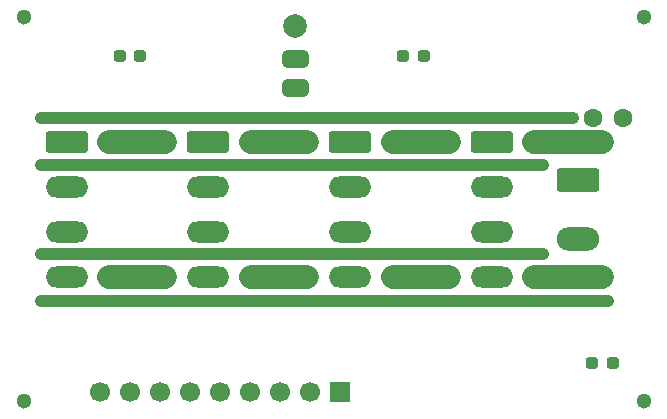
<source format=gbr>
%TF.GenerationSoftware,KiCad,Pcbnew,9.0.6*%
%TF.CreationDate,2025-12-21T18:24:03+01:00*%
%TF.ProjectId,repeater,72657065-6174-4657-922e-6b696361645f,rev?*%
%TF.SameCoordinates,Original*%
%TF.FileFunction,Soldermask,Bot*%
%TF.FilePolarity,Negative*%
%FSLAX46Y46*%
G04 Gerber Fmt 4.6, Leading zero omitted, Abs format (unit mm)*
G04 Created by KiCad (PCBNEW 9.0.6) date 2025-12-21 18:24:03*
%MOMM*%
%LPD*%
G01*
G04 APERTURE LIST*
G04 Aperture macros list*
%AMRoundRect*
0 Rectangle with rounded corners*
0 $1 Rounding radius*
0 $2 $3 $4 $5 $6 $7 $8 $9 X,Y pos of 4 corners*
0 Add a 4 corners polygon primitive as box body*
4,1,4,$2,$3,$4,$5,$6,$7,$8,$9,$2,$3,0*
0 Add four circle primitives for the rounded corners*
1,1,$1+$1,$2,$3*
1,1,$1+$1,$4,$5*
1,1,$1+$1,$6,$7*
1,1,$1+$1,$8,$9*
0 Add four rect primitives between the rounded corners*
20,1,$1+$1,$2,$3,$4,$5,0*
20,1,$1+$1,$4,$5,$6,$7,0*
20,1,$1+$1,$6,$7,$8,$9,0*
20,1,$1+$1,$8,$9,$2,$3,0*%
%AMFreePoly0*
4,1,23,0.000000,0.745722,0.065263,0.745722,0.191342,0.711940,0.304381,0.646677,0.396677,0.554381,0.461940,0.441342,0.495722,0.315263,0.495722,0.250000,0.500000,0.250000,0.500000,-0.250000,0.495722,-0.250000,0.495722,-0.315263,0.461940,-0.441342,0.396677,-0.554381,0.304381,-0.646677,0.191342,-0.711940,0.065263,-0.745722,0.000000,-0.745722,0.000000,-0.750000,-0.500000,-0.750000,
-0.500000,0.750000,0.000000,0.750000,0.000000,0.745722,0.000000,0.745722,$1*%
%AMFreePoly1*
4,1,23,0.500000,-0.750000,0.000000,-0.750000,0.000000,-0.745722,-0.065263,-0.745722,-0.191342,-0.711940,-0.304381,-0.646677,-0.396677,-0.554381,-0.461940,-0.441342,-0.495722,-0.315263,-0.495722,-0.250000,-0.500000,-0.250000,-0.500000,0.250000,-0.495722,0.250000,-0.495722,0.315263,-0.461940,0.441342,-0.396677,0.554381,-0.304381,0.646677,-0.191342,0.711940,-0.065263,0.745722,0.000000,0.745722,
0.000000,0.750000,0.500000,0.750000,0.500000,-0.750000,0.500000,-0.750000,$1*%
G04 Aperture macros list end*
%ADD10C,1.000000*%
%ADD11C,2.000000*%
%ADD12C,0.000000*%
%ADD13RoundRect,0.237500X-0.287500X-0.237500X0.287500X-0.237500X0.287500X0.237500X-0.287500X0.237500X0*%
%ADD14RoundRect,0.237500X0.287500X0.237500X-0.287500X0.237500X-0.287500X-0.237500X0.287500X-0.237500X0*%
%ADD15FreePoly0,0.000000*%
%ADD16FreePoly1,0.000000*%
%ADD17FreePoly0,180.000000*%
%ADD18FreePoly1,180.000000*%
%ADD19R,1.700000X1.700000*%
%ADD20C,1.700000*%
%ADD21C,1.300000*%
%ADD22C,1.600000*%
%ADD23C,2.000000*%
%ADD24O,3.600000X2.000000*%
%ADD25RoundRect,0.250000X-1.550000X0.750000X-1.550000X-0.750000X1.550000X-0.750000X1.550000X0.750000X0*%
%ADD26O,3.600000X1.800000*%
%ADD27RoundRect,0.250000X-1.550000X0.650000X-1.550000X-0.650000X1.550000X-0.650000X1.550000X0.650000X0*%
G04 APERTURE END LIST*
D10*
X102750000Y-59750000D02*
X147750000Y-59750000D01*
X102750000Y-63750000D02*
X145250000Y-63750000D01*
D11*
X144500000Y-61802500D02*
X150250000Y-61802500D01*
X132500000Y-61802500D02*
X137250000Y-61802500D01*
X120500000Y-61802500D02*
X125250000Y-61802500D01*
X108500000Y-61802500D02*
X113250000Y-61802500D01*
X144500000Y-73250000D02*
X150250000Y-73250000D01*
X132500000Y-73250000D02*
X137250000Y-73250000D01*
X120500000Y-73250000D02*
X125250000Y-73250000D01*
X108500000Y-73250000D02*
X113250000Y-73250000D01*
D10*
X102750000Y-71250000D02*
X145250000Y-71250000D01*
X102750000Y-75250000D02*
X150750000Y-75250000D01*
D12*
%TO.C,JP3*%
G36*
X124400000Y-58000000D02*
G01*
X124100000Y-58000000D01*
X124100000Y-56500000D01*
X124400000Y-56500000D01*
X124400000Y-58000000D01*
G37*
%TO.C,JP2*%
G36*
X124400000Y-55500000D02*
G01*
X124100000Y-55500000D01*
X124100000Y-54000000D01*
X124400000Y-54000000D01*
X124400000Y-55500000D01*
G37*
%TD*%
D13*
%TO.C,D3*%
X111125000Y-54500000D03*
X109375000Y-54500000D03*
%TD*%
D14*
%TO.C,D2*%
X133375001Y-54500000D03*
X135124999Y-54500000D03*
%TD*%
%TO.C,D4*%
X151125000Y-80500000D03*
X149375000Y-80500000D03*
%TD*%
D15*
%TO.C,JP3*%
X124899999Y-57250000D03*
D16*
X123600001Y-57250000D03*
%TD*%
D17*
%TO.C,JP2*%
X123600001Y-54750000D03*
D18*
X124899999Y-54750000D03*
%TD*%
D19*
%TO.C,J6*%
X128040000Y-83000000D03*
D20*
X125500000Y-83000000D03*
X122960001Y-83000000D03*
X120420000Y-83000000D03*
X117880000Y-83000000D03*
X115340000Y-83000000D03*
X112800000Y-83000000D03*
X110259999Y-83000000D03*
X107720000Y-83000000D03*
%TD*%
D21*
%TO.C,H1*%
X101250000Y-83750000D03*
%TD*%
%TO.C,H2*%
X153750000Y-83750000D03*
%TD*%
%TO.C,H3*%
X101250000Y-51250000D03*
%TD*%
%TO.C,H4*%
X153750000Y-51250000D03*
%TD*%
D22*
%TO.C,C3*%
X152000000Y-59750000D03*
X149500000Y-59750000D03*
%TD*%
D23*
%TO.C,TP1*%
X124250000Y-52000000D03*
%TD*%
D24*
%TO.C,J1*%
X148222500Y-70000000D03*
D25*
X148222500Y-65000000D03*
%TD*%
D26*
%TO.C,J3*%
X116892500Y-73232501D03*
X116892500Y-69422500D03*
X116892500Y-65612500D03*
D27*
X116892500Y-61802500D03*
%TD*%
%TO.C,J4*%
X140892500Y-61802500D03*
D26*
X140892500Y-65612500D03*
X140892500Y-69422500D03*
X140892500Y-73232501D03*
%TD*%
%TO.C,J2*%
X128892500Y-73232501D03*
X128892500Y-69422500D03*
X128892500Y-65612500D03*
D27*
X128892500Y-61802500D03*
%TD*%
%TO.C,J5*%
X104892500Y-61802500D03*
D26*
X104892500Y-65612500D03*
X104892500Y-69422500D03*
X104892500Y-73232501D03*
%TD*%
M02*

</source>
